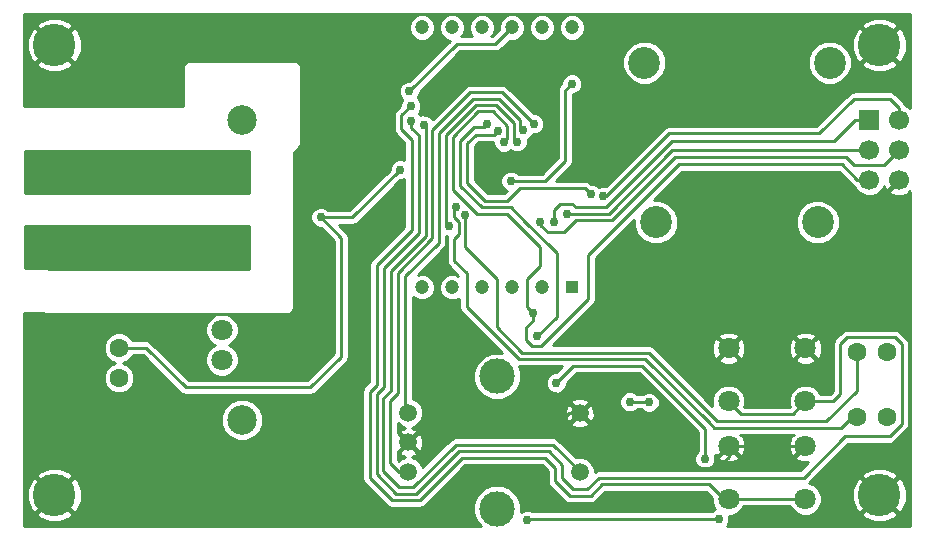
<source format=gbl>
G04 (created by PCBNEW (2013-07-07 BZR 4022)-stable) date 11/5/2013 3:30:23 PM*
%MOIN*%
G04 Gerber Fmt 3.4, Leading zero omitted, Abs format*
%FSLAX34Y34*%
G01*
G70*
G90*
G04 APERTURE LIST*
%ADD10C,0.006*%
%ADD11C,0.0787*%
%ADD12C,0.0709*%
%ADD13C,0.0984*%
%ADD14C,0.1063*%
%ADD15C,0.0708661*%
%ADD16C,0.0590551*%
%ADD17C,0.11811*%
%ADD18R,0.0433071X0.0433071*%
%ADD19C,0.0472441*%
%ADD20R,0.0669291X0.0669291*%
%ADD21C,0.0669291*%
%ADD22C,0.0629921*%
%ADD23R,0.0787402X0.0787402*%
%ADD24C,0.0787402*%
%ADD25C,0.141732*%
%ADD26C,0.03*%
%ADD27C,0.01*%
G04 APERTURE END LIST*
G54D10*
G54D11*
X6831Y11750D03*
X6831Y9750D03*
G54D12*
X6831Y6750D03*
X6831Y5750D03*
G54D13*
X7500Y3750D03*
X7500Y13750D03*
G54D14*
X21303Y10343D03*
X26697Y10343D03*
X20909Y15657D03*
X27091Y15657D03*
G54D15*
X23720Y2885D03*
X26279Y2885D03*
X23720Y1114D03*
X26279Y1114D03*
X23720Y6135D03*
X26279Y6135D03*
X23720Y4364D03*
X26279Y4364D03*
G54D16*
X18755Y2015D03*
X13047Y2015D03*
X13047Y3000D03*
X13047Y3984D03*
X18755Y3984D03*
G54D17*
X16000Y5204D03*
X16000Y795D03*
G54D18*
X18500Y8169D03*
G54D19*
X17500Y8169D03*
X16500Y8169D03*
X15500Y8169D03*
X14500Y8169D03*
X13500Y8169D03*
X13500Y16830D03*
X14500Y16830D03*
X15500Y16830D03*
X16500Y16830D03*
X17500Y16830D03*
X18500Y16830D03*
G54D20*
X28400Y13750D03*
G54D21*
X29400Y13750D03*
X28400Y12750D03*
X29400Y12750D03*
X28400Y11750D03*
X29400Y11750D03*
G54D22*
X28000Y3850D03*
X29000Y3850D03*
X28000Y6000D03*
X29000Y6000D03*
X3400Y6150D03*
X3400Y5150D03*
G54D23*
X1350Y11750D03*
G54D24*
X1350Y9750D03*
G54D25*
X28750Y1250D03*
X28750Y16250D03*
X1250Y1250D03*
X1250Y16250D03*
G54D26*
X14390Y10220D03*
X16680Y13020D03*
X17230Y13620D03*
X16870Y13420D03*
X14640Y10850D03*
X14940Y10570D03*
X17890Y10330D03*
X17450Y10330D03*
X16220Y13010D03*
X17190Y7320D03*
X18340Y10620D03*
X18490Y14960D03*
X16460Y11710D03*
X13560Y13580D03*
X13130Y14220D03*
X13150Y13720D03*
X16020Y13370D03*
X19130Y11270D03*
X17340Y6530D03*
X15670Y13600D03*
X6250Y7000D03*
X500Y14500D03*
X1250Y14500D03*
X2250Y14500D03*
X3250Y14500D03*
X4250Y14500D03*
X5250Y14500D03*
X5250Y15500D03*
X5750Y16000D03*
X6750Y16000D03*
X7750Y16000D03*
X8750Y16000D03*
X9750Y16000D03*
X9750Y15000D03*
X9750Y14000D03*
X9750Y13000D03*
X9500Y12000D03*
X9500Y11000D03*
X9500Y8000D03*
X9500Y7000D03*
X8500Y7000D03*
X7500Y7000D03*
X5500Y7000D03*
X4500Y7000D03*
X3500Y7000D03*
X2500Y7000D03*
X1500Y7000D03*
X500Y7000D03*
X13500Y6280D03*
X20640Y13270D03*
X20360Y12450D03*
X17570Y12950D03*
X15340Y15900D03*
X16770Y15880D03*
X22930Y2460D03*
X17970Y4980D03*
X20420Y4350D03*
X21080Y4330D03*
X13080Y14700D03*
X23400Y450D03*
X17000Y400D03*
X12770Y12090D03*
X10130Y10500D03*
X19550Y11200D03*
G54D27*
X16560Y13240D02*
X16560Y13140D01*
X16560Y13660D02*
X16560Y13240D01*
X15980Y14240D02*
X16560Y13660D01*
X15290Y14240D02*
X15980Y14240D01*
X14310Y13260D02*
X15290Y14240D01*
X14310Y10300D02*
X14310Y13260D01*
X14390Y10220D02*
X14310Y10300D01*
X16560Y13140D02*
X16680Y13020D01*
X12700Y8610D02*
X12700Y8650D01*
X12700Y4640D02*
X12700Y8610D01*
X12440Y4380D02*
X12700Y4640D01*
X12440Y2320D02*
X12440Y4380D01*
X12744Y2015D02*
X12440Y2320D01*
X13047Y2015D02*
X12744Y2015D01*
X17220Y13620D02*
X17230Y13620D01*
X16170Y14670D02*
X17220Y13620D01*
X15100Y14670D02*
X16170Y14670D01*
X13850Y13420D02*
X15100Y14670D01*
X13850Y9800D02*
X13850Y13420D01*
X12700Y8650D02*
X13850Y9800D01*
X14060Y13320D02*
X14060Y9640D01*
X15190Y14450D02*
X14060Y13320D01*
X16080Y14450D02*
X15190Y14450D01*
X16780Y13750D02*
X16080Y14450D01*
X16780Y13510D02*
X16780Y13750D01*
X16870Y13420D02*
X16780Y13510D01*
X14060Y9640D02*
X12950Y8530D01*
X12950Y8530D02*
X12950Y4081D01*
X12950Y4081D02*
X13047Y3984D01*
X14570Y10640D02*
X14570Y10500D01*
X14730Y9940D02*
X14570Y9780D01*
X14730Y10340D02*
X14730Y9940D01*
X14570Y10500D02*
X14730Y10340D01*
X14990Y8280D02*
X14990Y7510D01*
X16720Y5780D02*
X20950Y5780D01*
X14990Y7510D02*
X16720Y5780D01*
X28000Y3850D02*
X27830Y3850D01*
X23250Y3480D02*
X23060Y3670D01*
X27460Y3480D02*
X23250Y3480D01*
X27830Y3850D02*
X27460Y3480D01*
X20950Y5780D02*
X23060Y3670D01*
X14990Y8630D02*
X14990Y8280D01*
X14570Y9050D02*
X14990Y8630D01*
X14570Y10780D02*
X14570Y10640D01*
X14570Y9780D02*
X14570Y9050D01*
X14640Y10850D02*
X14570Y10780D01*
X23350Y3700D02*
X21060Y5990D01*
X21060Y5990D02*
X16830Y5990D01*
X16830Y5990D02*
X15990Y6830D01*
X15990Y6830D02*
X15990Y8460D01*
X15990Y8460D02*
X14940Y9510D01*
X14940Y9510D02*
X14940Y10570D01*
X28000Y4720D02*
X28000Y6000D01*
X26980Y3700D02*
X23370Y3700D01*
X28000Y4720D02*
X26980Y3700D01*
X23370Y3700D02*
X23350Y3700D01*
X17890Y10330D02*
X17890Y10740D01*
X27920Y13750D02*
X28400Y13750D01*
X27220Y13050D02*
X27920Y13750D01*
X21840Y13050D02*
X27220Y13050D01*
X19620Y10830D02*
X21840Y13050D01*
X18630Y10830D02*
X19620Y10830D01*
X18510Y10950D02*
X18630Y10830D01*
X18100Y10950D02*
X18510Y10950D01*
X17890Y10740D02*
X18100Y10950D01*
X17450Y10330D02*
X17450Y10240D01*
X28890Y12240D02*
X29400Y12750D01*
X27900Y12240D02*
X28890Y12240D01*
X27630Y12510D02*
X27900Y12240D01*
X21930Y12510D02*
X27630Y12510D01*
X19830Y10410D02*
X21930Y12510D01*
X18630Y10410D02*
X19830Y10410D01*
X18220Y10000D02*
X18630Y10410D01*
X17690Y10000D02*
X18220Y10000D01*
X17450Y10240D02*
X17690Y10000D01*
X15870Y14030D02*
X15620Y14030D01*
X16350Y13550D02*
X15870Y14030D01*
X16350Y13140D02*
X16350Y13550D01*
X16220Y13010D02*
X16350Y13140D01*
X17190Y7320D02*
X17190Y7060D01*
X28010Y11750D02*
X28400Y11750D01*
X27490Y12270D02*
X28010Y11750D01*
X22060Y12270D02*
X27490Y12270D01*
X19040Y9250D02*
X22060Y12270D01*
X19040Y7770D02*
X19040Y9250D01*
X17480Y6210D02*
X19040Y7770D01*
X17160Y6210D02*
X17480Y6210D01*
X16960Y6410D02*
X17160Y6210D01*
X16960Y6830D02*
X16960Y6410D01*
X17190Y7060D02*
X16960Y6830D01*
X15380Y14030D02*
X15620Y14030D01*
X14540Y13190D02*
X15380Y14030D01*
X14540Y11420D02*
X14540Y13190D01*
X15350Y10610D02*
X14540Y11420D01*
X16350Y10610D02*
X15350Y10610D01*
X17440Y9520D02*
X16350Y10610D01*
X17440Y8870D02*
X17440Y9520D01*
X17000Y8430D02*
X17440Y8870D01*
X17000Y7510D02*
X17000Y8430D01*
X17190Y7320D02*
X17000Y7510D01*
X18340Y10620D02*
X19720Y10620D01*
X21850Y12750D02*
X22200Y12750D01*
X19720Y10620D02*
X21850Y12750D01*
X22200Y12750D02*
X28400Y12750D01*
X16460Y11710D02*
X17600Y11710D01*
X17600Y11710D02*
X18280Y12390D01*
X18280Y14750D02*
X18490Y14960D01*
X18280Y12390D02*
X18280Y14750D01*
X18755Y2015D02*
X18755Y2034D01*
X13210Y1510D02*
X13120Y1510D01*
X14620Y2920D02*
X13210Y1510D01*
X17870Y2920D02*
X14620Y2920D01*
X18755Y2034D02*
X17870Y2920D01*
X13630Y13510D02*
X13560Y13580D01*
X13630Y9890D02*
X13630Y13510D01*
X12460Y8720D02*
X13630Y9890D01*
X12460Y4720D02*
X12460Y8720D01*
X12210Y4470D02*
X12460Y4720D01*
X12210Y2050D02*
X12210Y4470D01*
X12750Y1510D02*
X12210Y2050D01*
X13120Y1510D02*
X12750Y1510D01*
X23720Y1114D02*
X23565Y1114D01*
X12810Y13900D02*
X13130Y14220D01*
X12810Y13440D02*
X12810Y13900D01*
X13160Y13090D02*
X12810Y13440D01*
X13160Y10080D02*
X13160Y13090D01*
X11990Y8910D02*
X13160Y10080D01*
X11990Y4920D02*
X11990Y8910D01*
X11760Y4690D02*
X11990Y4920D01*
X11760Y1820D02*
X11760Y4690D01*
X12510Y1070D02*
X11760Y1820D01*
X13420Y1070D02*
X12510Y1070D01*
X14840Y2490D02*
X13420Y1070D01*
X17590Y2490D02*
X14840Y2490D01*
X17940Y2140D02*
X17590Y2490D01*
X17940Y1700D02*
X17940Y2140D01*
X18420Y1220D02*
X17940Y1700D01*
X19120Y1220D02*
X18420Y1220D01*
X19510Y1610D02*
X19120Y1220D01*
X23069Y1610D02*
X19510Y1610D01*
X23565Y1114D02*
X23069Y1610D01*
X26279Y1114D02*
X23720Y1114D01*
X26279Y4364D02*
X27214Y4364D01*
X13150Y13490D02*
X13150Y13720D01*
X13400Y13240D02*
X13150Y13490D01*
X13400Y9990D02*
X13400Y13240D01*
X12220Y8810D02*
X13400Y9990D01*
X12220Y4830D02*
X12220Y8810D01*
X11990Y4600D02*
X12220Y4830D01*
X11990Y1940D02*
X11990Y4600D01*
X12640Y1290D02*
X11990Y1940D01*
X13310Y1290D02*
X12640Y1290D01*
X14720Y2700D02*
X13310Y1290D01*
X17720Y2700D02*
X14720Y2700D01*
X18160Y2260D02*
X17720Y2700D01*
X18160Y1810D02*
X18160Y2260D01*
X18530Y1440D02*
X18160Y1810D01*
X19010Y1440D02*
X18530Y1440D01*
X19390Y1820D02*
X19010Y1440D01*
X26220Y1820D02*
X19390Y1820D01*
X27610Y3210D02*
X26220Y1820D01*
X29100Y3210D02*
X27610Y3210D01*
X29500Y3610D02*
X29100Y3210D01*
X29500Y6280D02*
X29500Y3610D01*
X29270Y6510D02*
X29500Y6280D01*
X27670Y6510D02*
X29270Y6510D01*
X27450Y6290D02*
X27670Y6510D01*
X27450Y4600D02*
X27450Y6290D01*
X27214Y4364D02*
X27450Y4600D01*
X23720Y4364D02*
X23720Y4349D01*
X25855Y3940D02*
X26279Y4364D01*
X24130Y3940D02*
X25855Y3940D01*
X23720Y4349D02*
X24130Y3940D01*
X15900Y13250D02*
X15800Y13250D01*
X16020Y13370D02*
X15900Y13250D01*
X18930Y11470D02*
X18420Y11470D01*
X19130Y11270D02*
X18930Y11470D01*
X16770Y11470D02*
X16350Y11050D01*
X16350Y11050D02*
X15590Y11050D01*
X15590Y11050D02*
X15010Y11630D01*
X15010Y11630D02*
X15010Y12970D01*
X15010Y12970D02*
X15290Y13250D01*
X15290Y13250D02*
X15800Y13250D01*
X18420Y11470D02*
X16770Y11470D01*
X16975Y10325D02*
X17760Y9540D01*
X17990Y9310D02*
X17990Y9280D01*
X17760Y9540D02*
X17990Y9310D01*
X16975Y10325D02*
X16470Y10830D01*
X16470Y10830D02*
X15500Y10830D01*
X17990Y9030D02*
X17990Y9280D01*
X15500Y10830D02*
X14770Y11560D01*
X17990Y9020D02*
X17990Y9030D01*
X15130Y13420D02*
X15220Y13510D01*
X17340Y6530D02*
X17990Y7180D01*
X17990Y7180D02*
X17990Y9020D01*
X14770Y11560D02*
X14770Y13060D01*
X14770Y13060D02*
X15130Y13420D01*
X15580Y13510D02*
X15670Y13600D01*
X15220Y13510D02*
X15580Y13510D01*
X6250Y7000D02*
X6320Y7000D01*
X1250Y14500D02*
X500Y14500D01*
X3250Y14500D02*
X2250Y14500D01*
X5250Y14500D02*
X4250Y14500D01*
X5750Y16000D02*
X5250Y15500D01*
X7750Y16000D02*
X6750Y16000D01*
X9750Y16000D02*
X8750Y16000D01*
X9750Y14000D02*
X9750Y15000D01*
X9750Y12250D02*
X9750Y13000D01*
X9500Y12000D02*
X9750Y12250D01*
X9500Y8000D02*
X9500Y11000D01*
X8500Y7000D02*
X9500Y7000D01*
X7330Y7000D02*
X7500Y7000D01*
X7060Y7270D02*
X7330Y7000D01*
X6590Y7270D02*
X7060Y7270D01*
X6320Y7000D02*
X6590Y7270D01*
X4500Y7000D02*
X5500Y7000D01*
X2500Y7000D02*
X3500Y7000D01*
X500Y7000D02*
X1500Y7000D01*
X14420Y5360D02*
X14420Y3330D01*
X13500Y6280D02*
X14420Y5360D01*
X20640Y12730D02*
X20640Y13270D01*
X20360Y12450D02*
X20640Y12730D01*
X23720Y2885D02*
X23720Y2510D01*
X20600Y2140D02*
X18755Y3984D01*
X23350Y2140D02*
X20600Y2140D01*
X23720Y2510D02*
X23350Y2140D01*
X17770Y14880D02*
X16770Y15880D01*
X17770Y13150D02*
X17770Y14880D01*
X17570Y12950D02*
X17770Y13150D01*
X15340Y15900D02*
X15360Y15880D01*
X15360Y15880D02*
X16770Y15880D01*
X18755Y3984D02*
X18404Y3984D01*
X17750Y3330D02*
X14420Y3330D01*
X18404Y3984D02*
X17750Y3330D01*
X14420Y3330D02*
X13377Y3330D01*
X13377Y3330D02*
X13047Y3000D01*
X23720Y2885D02*
X26279Y2885D01*
X22940Y2900D02*
X22940Y2470D01*
X22940Y2470D02*
X22930Y2460D01*
X22940Y3450D02*
X22940Y2900D01*
X20830Y5560D02*
X22940Y3450D01*
X18550Y5560D02*
X20830Y5560D01*
X17970Y4980D02*
X18550Y5560D01*
X21060Y4350D02*
X20420Y4350D01*
X21080Y4330D02*
X21060Y4350D01*
X15949Y16280D02*
X16500Y16830D01*
X14660Y16280D02*
X15949Y16280D01*
X13080Y14700D02*
X14660Y16280D01*
X17050Y450D02*
X23400Y450D01*
X17000Y400D02*
X17050Y450D01*
X11180Y10500D02*
X10130Y10500D01*
X12770Y12090D02*
X11180Y10500D01*
X4300Y6150D02*
X3400Y6150D01*
X10130Y10500D02*
X10810Y9820D01*
X10810Y9820D02*
X10810Y5860D01*
X10810Y5860D02*
X9780Y4830D01*
X9780Y4830D02*
X5620Y4830D01*
X5620Y4830D02*
X4300Y6150D01*
X29400Y13750D02*
X29400Y14150D01*
X29400Y14150D02*
X29100Y14450D01*
X29100Y14450D02*
X27900Y14450D01*
X27900Y14450D02*
X26750Y13300D01*
X26750Y13300D02*
X21750Y13300D01*
X21750Y13300D02*
X19650Y11200D01*
X19650Y11200D02*
X19550Y11200D01*
G54D10*
G36*
X26378Y2331D02*
X26116Y2070D01*
X24066Y2070D01*
X24066Y2504D01*
X23720Y2850D01*
X23374Y2504D01*
X23408Y2414D01*
X23612Y2330D01*
X23833Y2332D01*
X24032Y2414D01*
X24066Y2504D01*
X24066Y2070D01*
X21430Y2070D01*
X21430Y4399D01*
X21376Y4528D01*
X21278Y4626D01*
X21149Y4679D01*
X21010Y4680D01*
X20882Y4626D01*
X20855Y4600D01*
X20664Y4600D01*
X20618Y4646D01*
X20489Y4699D01*
X20350Y4700D01*
X20222Y4646D01*
X20123Y4548D01*
X20070Y4419D01*
X20069Y4280D01*
X20123Y4152D01*
X20221Y4053D01*
X20350Y4000D01*
X20489Y3999D01*
X20618Y4053D01*
X20664Y4100D01*
X20815Y4100D01*
X20881Y4033D01*
X21010Y3980D01*
X21149Y3979D01*
X21278Y4033D01*
X21376Y4131D01*
X21429Y4260D01*
X21430Y4399D01*
X21430Y2070D01*
X19390Y2070D01*
X19389Y2070D01*
X19370Y2066D01*
X19294Y2050D01*
X19252Y2022D01*
X19252Y3890D01*
X19250Y4087D01*
X19178Y4260D01*
X19094Y4287D01*
X19059Y4252D01*
X19059Y4323D01*
X19032Y4406D01*
X18849Y4480D01*
X18652Y4478D01*
X18479Y4406D01*
X18452Y4323D01*
X18755Y4019D01*
X19059Y4323D01*
X19059Y4252D01*
X18791Y3984D01*
X19094Y3680D01*
X19178Y3708D01*
X19252Y3890D01*
X19252Y2022D01*
X19251Y2022D01*
X19251Y2113D01*
X19176Y2295D01*
X19059Y2412D01*
X19059Y3645D01*
X18755Y3948D01*
X18720Y3913D01*
X18720Y3984D01*
X18416Y4287D01*
X18333Y4260D01*
X18259Y4077D01*
X18261Y3880D01*
X18333Y3708D01*
X18416Y3680D01*
X18720Y3984D01*
X18720Y3913D01*
X18452Y3645D01*
X18479Y3561D01*
X18662Y3487D01*
X18859Y3490D01*
X19032Y3561D01*
X19059Y3645D01*
X19059Y2412D01*
X19036Y2435D01*
X18854Y2510D01*
X18657Y2511D01*
X18639Y2503D01*
X18046Y3096D01*
X17965Y3150D01*
X17870Y3170D01*
X14620Y3170D01*
X14524Y3150D01*
X14491Y3129D01*
X14443Y3096D01*
X14443Y3096D01*
X13543Y2197D01*
X13543Y2906D01*
X13541Y3103D01*
X13469Y3276D01*
X13386Y3303D01*
X13082Y3000D01*
X13386Y2696D01*
X13469Y2723D01*
X13543Y2906D01*
X13543Y2197D01*
X13518Y2172D01*
X13467Y2295D01*
X13328Y2435D01*
X13154Y2507D01*
X13323Y2577D01*
X13350Y2661D01*
X13047Y2964D01*
X12743Y2661D01*
X12771Y2577D01*
X12942Y2508D01*
X12767Y2435D01*
X12722Y2391D01*
X12690Y2423D01*
X12690Y2702D01*
X12708Y2696D01*
X13011Y3000D01*
X12708Y3303D01*
X12690Y3297D01*
X12690Y3641D01*
X12766Y3564D01*
X12939Y3492D01*
X12771Y3422D01*
X12743Y3338D01*
X13047Y3035D01*
X13350Y3338D01*
X13323Y3422D01*
X13152Y3491D01*
X13327Y3564D01*
X13466Y3703D01*
X13542Y3885D01*
X13542Y4082D01*
X13467Y4264D01*
X13328Y4403D01*
X13200Y4457D01*
X13200Y7852D01*
X13252Y7799D01*
X13412Y7733D01*
X13586Y7732D01*
X13746Y7799D01*
X13869Y7921D01*
X13936Y8082D01*
X13936Y8255D01*
X13870Y8416D01*
X13747Y8538D01*
X13587Y8605D01*
X13413Y8605D01*
X13354Y8581D01*
X14236Y9463D01*
X14236Y9463D01*
X14236Y9463D01*
X14290Y9544D01*
X14290Y9544D01*
X14306Y9620D01*
X14310Y9639D01*
X14309Y9640D01*
X14310Y9640D01*
X14310Y9874D01*
X14320Y9870D01*
X14337Y9870D01*
X14320Y9780D01*
X14320Y9050D01*
X14339Y8954D01*
X14393Y8873D01*
X14713Y8552D01*
X14587Y8605D01*
X14413Y8605D01*
X14253Y8539D01*
X14130Y8416D01*
X14063Y8256D01*
X14063Y8082D01*
X14129Y7922D01*
X14252Y7799D01*
X14412Y7733D01*
X14586Y7732D01*
X14740Y7796D01*
X14740Y7510D01*
X14759Y7414D01*
X14813Y7333D01*
X16151Y5995D01*
X15843Y5995D01*
X15552Y5875D01*
X15330Y5653D01*
X15209Y5362D01*
X15209Y5048D01*
X15329Y4757D01*
X15551Y4534D01*
X15842Y4414D01*
X16156Y4414D01*
X16447Y4534D01*
X16669Y4756D01*
X16790Y5046D01*
X16790Y5361D01*
X16720Y5530D01*
X18166Y5530D01*
X17966Y5330D01*
X17900Y5330D01*
X17772Y5276D01*
X17673Y5178D01*
X17620Y5049D01*
X17619Y4910D01*
X17673Y4782D01*
X17771Y4683D01*
X17900Y4630D01*
X18039Y4629D01*
X18168Y4683D01*
X18266Y4781D01*
X18319Y4910D01*
X18319Y4976D01*
X18653Y5310D01*
X20726Y5310D01*
X22690Y3346D01*
X22690Y2900D01*
X22690Y2714D01*
X22633Y2658D01*
X22580Y2529D01*
X22579Y2390D01*
X22633Y2262D01*
X22731Y2163D01*
X22860Y2110D01*
X22999Y2109D01*
X23128Y2163D01*
X23226Y2261D01*
X23279Y2390D01*
X23280Y2529D01*
X23263Y2568D01*
X23338Y2539D01*
X23685Y2885D01*
X23679Y2891D01*
X23714Y2926D01*
X23720Y2921D01*
X23726Y2926D01*
X23761Y2891D01*
X23755Y2885D01*
X24102Y2539D01*
X24191Y2574D01*
X24275Y2778D01*
X24274Y2998D01*
X24191Y3197D01*
X24107Y3230D01*
X25892Y3230D01*
X25808Y3197D01*
X25724Y2993D01*
X25725Y2772D01*
X25808Y2574D01*
X25897Y2539D01*
X26244Y2885D01*
X26238Y2891D01*
X26273Y2926D01*
X26279Y2921D01*
X26285Y2926D01*
X26320Y2891D01*
X26314Y2885D01*
X26320Y2880D01*
X26285Y2844D01*
X26279Y2850D01*
X25933Y2504D01*
X25967Y2414D01*
X26172Y2330D01*
X26378Y2331D01*
X26378Y2331D01*
G37*
G54D27*
X26378Y2331D02*
X26116Y2070D01*
X24066Y2070D01*
X24066Y2504D01*
X23720Y2850D01*
X23374Y2504D01*
X23408Y2414D01*
X23612Y2330D01*
X23833Y2332D01*
X24032Y2414D01*
X24066Y2504D01*
X24066Y2070D01*
X21430Y2070D01*
X21430Y4399D01*
X21376Y4528D01*
X21278Y4626D01*
X21149Y4679D01*
X21010Y4680D01*
X20882Y4626D01*
X20855Y4600D01*
X20664Y4600D01*
X20618Y4646D01*
X20489Y4699D01*
X20350Y4700D01*
X20222Y4646D01*
X20123Y4548D01*
X20070Y4419D01*
X20069Y4280D01*
X20123Y4152D01*
X20221Y4053D01*
X20350Y4000D01*
X20489Y3999D01*
X20618Y4053D01*
X20664Y4100D01*
X20815Y4100D01*
X20881Y4033D01*
X21010Y3980D01*
X21149Y3979D01*
X21278Y4033D01*
X21376Y4131D01*
X21429Y4260D01*
X21430Y4399D01*
X21430Y2070D01*
X19390Y2070D01*
X19389Y2070D01*
X19370Y2066D01*
X19294Y2050D01*
X19252Y2022D01*
X19252Y3890D01*
X19250Y4087D01*
X19178Y4260D01*
X19094Y4287D01*
X19059Y4252D01*
X19059Y4323D01*
X19032Y4406D01*
X18849Y4480D01*
X18652Y4478D01*
X18479Y4406D01*
X18452Y4323D01*
X18755Y4019D01*
X19059Y4323D01*
X19059Y4252D01*
X18791Y3984D01*
X19094Y3680D01*
X19178Y3708D01*
X19252Y3890D01*
X19252Y2022D01*
X19251Y2022D01*
X19251Y2113D01*
X19176Y2295D01*
X19059Y2412D01*
X19059Y3645D01*
X18755Y3948D01*
X18720Y3913D01*
X18720Y3984D01*
X18416Y4287D01*
X18333Y4260D01*
X18259Y4077D01*
X18261Y3880D01*
X18333Y3708D01*
X18416Y3680D01*
X18720Y3984D01*
X18720Y3913D01*
X18452Y3645D01*
X18479Y3561D01*
X18662Y3487D01*
X18859Y3490D01*
X19032Y3561D01*
X19059Y3645D01*
X19059Y2412D01*
X19036Y2435D01*
X18854Y2510D01*
X18657Y2511D01*
X18639Y2503D01*
X18046Y3096D01*
X17965Y3150D01*
X17870Y3170D01*
X14620Y3170D01*
X14524Y3150D01*
X14491Y3129D01*
X14443Y3096D01*
X14443Y3096D01*
X13543Y2197D01*
X13543Y2906D01*
X13541Y3103D01*
X13469Y3276D01*
X13386Y3303D01*
X13082Y3000D01*
X13386Y2696D01*
X13469Y2723D01*
X13543Y2906D01*
X13543Y2197D01*
X13518Y2172D01*
X13467Y2295D01*
X13328Y2435D01*
X13154Y2507D01*
X13323Y2577D01*
X13350Y2661D01*
X13047Y2964D01*
X12743Y2661D01*
X12771Y2577D01*
X12942Y2508D01*
X12767Y2435D01*
X12722Y2391D01*
X12690Y2423D01*
X12690Y2702D01*
X12708Y2696D01*
X13011Y3000D01*
X12708Y3303D01*
X12690Y3297D01*
X12690Y3641D01*
X12766Y3564D01*
X12939Y3492D01*
X12771Y3422D01*
X12743Y3338D01*
X13047Y3035D01*
X13350Y3338D01*
X13323Y3422D01*
X13152Y3491D01*
X13327Y3564D01*
X13466Y3703D01*
X13542Y3885D01*
X13542Y4082D01*
X13467Y4264D01*
X13328Y4403D01*
X13200Y4457D01*
X13200Y7852D01*
X13252Y7799D01*
X13412Y7733D01*
X13586Y7732D01*
X13746Y7799D01*
X13869Y7921D01*
X13936Y8082D01*
X13936Y8255D01*
X13870Y8416D01*
X13747Y8538D01*
X13587Y8605D01*
X13413Y8605D01*
X13354Y8581D01*
X14236Y9463D01*
X14236Y9463D01*
X14236Y9463D01*
X14290Y9544D01*
X14290Y9544D01*
X14306Y9620D01*
X14310Y9639D01*
X14309Y9640D01*
X14310Y9640D01*
X14310Y9874D01*
X14320Y9870D01*
X14337Y9870D01*
X14320Y9780D01*
X14320Y9050D01*
X14339Y8954D01*
X14393Y8873D01*
X14713Y8552D01*
X14587Y8605D01*
X14413Y8605D01*
X14253Y8539D01*
X14130Y8416D01*
X14063Y8256D01*
X14063Y8082D01*
X14129Y7922D01*
X14252Y7799D01*
X14412Y7733D01*
X14586Y7732D01*
X14740Y7796D01*
X14740Y7510D01*
X14759Y7414D01*
X14813Y7333D01*
X16151Y5995D01*
X15843Y5995D01*
X15552Y5875D01*
X15330Y5653D01*
X15209Y5362D01*
X15209Y5048D01*
X15329Y4757D01*
X15551Y4534D01*
X15842Y4414D01*
X16156Y4414D01*
X16447Y4534D01*
X16669Y4756D01*
X16790Y5046D01*
X16790Y5361D01*
X16720Y5530D01*
X18166Y5530D01*
X17966Y5330D01*
X17900Y5330D01*
X17772Y5276D01*
X17673Y5178D01*
X17620Y5049D01*
X17619Y4910D01*
X17673Y4782D01*
X17771Y4683D01*
X17900Y4630D01*
X18039Y4629D01*
X18168Y4683D01*
X18266Y4781D01*
X18319Y4910D01*
X18319Y4976D01*
X18653Y5310D01*
X20726Y5310D01*
X22690Y3346D01*
X22690Y2900D01*
X22690Y2714D01*
X22633Y2658D01*
X22580Y2529D01*
X22579Y2390D01*
X22633Y2262D01*
X22731Y2163D01*
X22860Y2110D01*
X22999Y2109D01*
X23128Y2163D01*
X23226Y2261D01*
X23279Y2390D01*
X23280Y2529D01*
X23263Y2568D01*
X23338Y2539D01*
X23685Y2885D01*
X23679Y2891D01*
X23714Y2926D01*
X23720Y2921D01*
X23726Y2926D01*
X23761Y2891D01*
X23755Y2885D01*
X24102Y2539D01*
X24191Y2574D01*
X24275Y2778D01*
X24274Y2998D01*
X24191Y3197D01*
X24107Y3230D01*
X25892Y3230D01*
X25808Y3197D01*
X25724Y2993D01*
X25725Y2772D01*
X25808Y2574D01*
X25897Y2539D01*
X26244Y2885D01*
X26238Y2891D01*
X26273Y2926D01*
X26279Y2921D01*
X26285Y2926D01*
X26320Y2891D01*
X26314Y2885D01*
X26320Y2880D01*
X26285Y2844D01*
X26279Y2850D01*
X25933Y2504D01*
X25967Y2414D01*
X26172Y2330D01*
X26378Y2331D01*
G54D10*
G36*
X29775Y14131D02*
X29703Y14202D01*
X29660Y14220D01*
X29660Y16419D01*
X29526Y16755D01*
X29513Y16774D01*
X29387Y16851D01*
X29351Y16816D01*
X29351Y16887D01*
X29274Y17013D01*
X28941Y17156D01*
X28580Y17160D01*
X28244Y17026D01*
X28225Y17013D01*
X28148Y16887D01*
X28750Y16285D01*
X29351Y16887D01*
X29351Y16816D01*
X28785Y16250D01*
X29387Y15648D01*
X29513Y15725D01*
X29656Y16058D01*
X29660Y16419D01*
X29660Y14220D01*
X29633Y14231D01*
X29633Y14231D01*
X29630Y14245D01*
X29630Y14245D01*
X29576Y14326D01*
X29576Y14326D01*
X29351Y14551D01*
X29351Y15612D01*
X28750Y16214D01*
X28714Y16179D01*
X28714Y16250D01*
X28112Y16851D01*
X27986Y16774D01*
X27843Y16441D01*
X27839Y16080D01*
X27973Y15744D01*
X27986Y15725D01*
X28112Y15648D01*
X28714Y16250D01*
X28714Y16179D01*
X28148Y15612D01*
X28225Y15486D01*
X28558Y15343D01*
X28919Y15339D01*
X29255Y15473D01*
X29274Y15486D01*
X29351Y15612D01*
X29351Y14551D01*
X29276Y14626D01*
X29195Y14680D01*
X29100Y14700D01*
X27900Y14700D01*
X27899Y14700D01*
X27880Y14696D01*
X27822Y14684D01*
X27822Y15801D01*
X27711Y16070D01*
X27505Y16276D01*
X27237Y16388D01*
X26946Y16388D01*
X26677Y16277D01*
X26471Y16071D01*
X26359Y15803D01*
X26359Y15512D01*
X26470Y15243D01*
X26676Y15037D01*
X26944Y14925D01*
X27235Y14925D01*
X27504Y15036D01*
X27710Y15242D01*
X27822Y15510D01*
X27822Y15801D01*
X27822Y14684D01*
X27804Y14680D01*
X27723Y14626D01*
X27723Y14626D01*
X26646Y13550D01*
X21750Y13550D01*
X21654Y13530D01*
X21640Y13521D01*
X21640Y15801D01*
X21529Y16070D01*
X21323Y16276D01*
X21055Y16388D01*
X20764Y16388D01*
X20495Y16277D01*
X20289Y16071D01*
X20177Y15803D01*
X20177Y15512D01*
X20288Y15243D01*
X20494Y15037D01*
X20762Y14925D01*
X21053Y14925D01*
X21322Y15036D01*
X21528Y15242D01*
X21640Y15510D01*
X21640Y15801D01*
X21640Y13521D01*
X21573Y13476D01*
X19638Y11542D01*
X19619Y11549D01*
X19480Y11550D01*
X19384Y11510D01*
X19328Y11566D01*
X19199Y11619D01*
X19133Y11619D01*
X19106Y11646D01*
X19025Y11700D01*
X18936Y11718D01*
X18936Y16917D01*
X18870Y17077D01*
X18747Y17200D01*
X18587Y17266D01*
X18413Y17267D01*
X18253Y17200D01*
X18130Y17078D01*
X18063Y16917D01*
X18063Y16744D01*
X18129Y16583D01*
X18252Y16461D01*
X18412Y16394D01*
X18586Y16394D01*
X18746Y16460D01*
X18869Y16583D01*
X18936Y16743D01*
X18936Y16917D01*
X18936Y11718D01*
X18930Y11720D01*
X18420Y11720D01*
X17963Y11720D01*
X18456Y12213D01*
X18456Y12213D01*
X18456Y12213D01*
X18510Y12294D01*
X18510Y12294D01*
X18530Y12390D01*
X18530Y14609D01*
X18559Y14609D01*
X18688Y14663D01*
X18786Y14761D01*
X18839Y14890D01*
X18840Y15029D01*
X18786Y15158D01*
X18688Y15256D01*
X18559Y15309D01*
X18420Y15310D01*
X18292Y15256D01*
X18193Y15158D01*
X18140Y15029D01*
X18140Y14963D01*
X18103Y14926D01*
X18049Y14845D01*
X18030Y14750D01*
X18030Y12493D01*
X17936Y12399D01*
X17936Y16917D01*
X17870Y17077D01*
X17747Y17200D01*
X17587Y17266D01*
X17413Y17267D01*
X17253Y17200D01*
X17130Y17078D01*
X17063Y16917D01*
X17063Y16744D01*
X17129Y16583D01*
X17252Y16461D01*
X17412Y16394D01*
X17586Y16394D01*
X17746Y16460D01*
X17869Y16583D01*
X17936Y16743D01*
X17936Y16917D01*
X17936Y12399D01*
X17496Y11960D01*
X16704Y11960D01*
X16658Y12006D01*
X16529Y12059D01*
X16390Y12060D01*
X16262Y12006D01*
X16163Y11908D01*
X16110Y11779D01*
X16109Y11640D01*
X16163Y11512D01*
X16261Y11413D01*
X16331Y11384D01*
X16246Y11300D01*
X15693Y11300D01*
X15260Y11733D01*
X15260Y12866D01*
X15393Y13000D01*
X15800Y13000D01*
X15869Y13000D01*
X15869Y12940D01*
X15923Y12812D01*
X16021Y12713D01*
X16150Y12660D01*
X16289Y12659D01*
X16418Y12713D01*
X16454Y12750D01*
X16481Y12723D01*
X16610Y12670D01*
X16749Y12669D01*
X16878Y12723D01*
X16976Y12821D01*
X17029Y12950D01*
X17030Y13089D01*
X17023Y13104D01*
X17068Y13123D01*
X17166Y13221D01*
X17186Y13270D01*
X17299Y13269D01*
X17428Y13323D01*
X17526Y13421D01*
X17579Y13550D01*
X17580Y13689D01*
X17526Y13818D01*
X17428Y13916D01*
X17299Y13969D01*
X17223Y13970D01*
X16346Y14846D01*
X16265Y14900D01*
X16170Y14920D01*
X15100Y14920D01*
X15004Y14900D01*
X14923Y14846D01*
X13855Y13779D01*
X13758Y13876D01*
X13629Y13929D01*
X13490Y13930D01*
X13449Y13912D01*
X13446Y13918D01*
X13384Y13980D01*
X13426Y14021D01*
X13479Y14150D01*
X13480Y14289D01*
X13426Y14418D01*
X13360Y14484D01*
X13376Y14501D01*
X13429Y14630D01*
X13429Y14696D01*
X14763Y16030D01*
X15949Y16030D01*
X16044Y16049D01*
X16126Y16103D01*
X16417Y16394D01*
X16586Y16394D01*
X16746Y16460D01*
X16869Y16583D01*
X16936Y16743D01*
X16936Y16917D01*
X16870Y17077D01*
X16747Y17200D01*
X16587Y17266D01*
X16413Y17267D01*
X16253Y17200D01*
X16130Y17078D01*
X16063Y16917D01*
X16063Y16747D01*
X15845Y16530D01*
X15816Y16530D01*
X15869Y16583D01*
X15936Y16743D01*
X15936Y16917D01*
X15870Y17077D01*
X15747Y17200D01*
X15587Y17266D01*
X15413Y17267D01*
X15253Y17200D01*
X15130Y17078D01*
X15063Y16917D01*
X15063Y16744D01*
X15129Y16583D01*
X15183Y16530D01*
X14816Y16530D01*
X14869Y16583D01*
X14936Y16743D01*
X14936Y16917D01*
X14870Y17077D01*
X14747Y17200D01*
X14587Y17266D01*
X14413Y17267D01*
X14253Y17200D01*
X14130Y17078D01*
X14063Y16917D01*
X14063Y16744D01*
X14129Y16583D01*
X14252Y16461D01*
X14412Y16394D01*
X14421Y16394D01*
X13936Y15909D01*
X13936Y16917D01*
X13870Y17077D01*
X13747Y17200D01*
X13587Y17266D01*
X13413Y17267D01*
X13253Y17200D01*
X13130Y17078D01*
X13063Y16917D01*
X13063Y16744D01*
X13129Y16583D01*
X13252Y16461D01*
X13412Y16394D01*
X13586Y16394D01*
X13746Y16460D01*
X13869Y16583D01*
X13936Y16743D01*
X13936Y16917D01*
X13936Y15909D01*
X13076Y15050D01*
X13010Y15050D01*
X12882Y14996D01*
X12783Y14898D01*
X12730Y14769D01*
X12729Y14630D01*
X12783Y14502D01*
X12849Y14435D01*
X12833Y14418D01*
X12780Y14289D01*
X12780Y14223D01*
X12633Y14076D01*
X12579Y13995D01*
X12560Y13900D01*
X12560Y13440D01*
X12579Y13344D01*
X12633Y13263D01*
X12910Y12986D01*
X12910Y12410D01*
X12839Y12439D01*
X12700Y12440D01*
X12572Y12386D01*
X12473Y12288D01*
X12420Y12159D01*
X12420Y12093D01*
X11076Y10750D01*
X10374Y10750D01*
X10328Y10796D01*
X10199Y10849D01*
X10060Y10850D01*
X9932Y10796D01*
X9833Y10698D01*
X9780Y10569D01*
X9779Y10430D01*
X9833Y10302D01*
X9931Y10203D01*
X10060Y10150D01*
X10126Y10150D01*
X10560Y9716D01*
X10560Y5963D01*
X9676Y5080D01*
X5723Y5080D01*
X4476Y6326D01*
X4395Y6380D01*
X4300Y6400D01*
X3853Y6400D01*
X3836Y6441D01*
X3692Y6586D01*
X3502Y6664D01*
X3298Y6665D01*
X3108Y6586D01*
X2963Y6442D01*
X2885Y6252D01*
X2884Y6048D01*
X2963Y5858D01*
X3107Y5713D01*
X3261Y5649D01*
X3108Y5586D01*
X2963Y5442D01*
X2885Y5252D01*
X2884Y5048D01*
X2963Y4858D01*
X3107Y4713D01*
X3297Y4635D01*
X3501Y4634D01*
X3691Y4713D01*
X3836Y4857D01*
X3914Y5047D01*
X3915Y5251D01*
X3836Y5441D01*
X3692Y5586D01*
X3538Y5650D01*
X3691Y5713D01*
X3836Y5857D01*
X3853Y5900D01*
X4196Y5900D01*
X5443Y4653D01*
X5524Y4599D01*
X5620Y4580D01*
X9780Y4580D01*
X9875Y4599D01*
X9956Y4653D01*
X10986Y5683D01*
X10986Y5683D01*
X10986Y5683D01*
X11040Y5764D01*
X11040Y5764D01*
X11060Y5860D01*
X11060Y9820D01*
X11040Y9915D01*
X11040Y9915D01*
X10986Y9996D01*
X10986Y9996D01*
X10733Y10250D01*
X11180Y10250D01*
X11275Y10269D01*
X11356Y10323D01*
X12773Y11739D01*
X12839Y11739D01*
X12910Y11769D01*
X12910Y10183D01*
X11813Y9086D01*
X11759Y9005D01*
X11740Y8910D01*
X11740Y5023D01*
X11583Y4866D01*
X11529Y4785D01*
X11510Y4690D01*
X11510Y1820D01*
X11529Y1724D01*
X11583Y1643D01*
X12333Y893D01*
X12333Y893D01*
X12414Y839D01*
X12414Y839D01*
X12490Y823D01*
X12509Y820D01*
X12509Y820D01*
X12510Y820D01*
X13420Y820D01*
X13515Y839D01*
X13596Y893D01*
X14943Y2240D01*
X17486Y2240D01*
X17690Y2036D01*
X17690Y1700D01*
X17709Y1604D01*
X17763Y1523D01*
X18243Y1043D01*
X18324Y989D01*
X18420Y970D01*
X19120Y970D01*
X19215Y989D01*
X19296Y1043D01*
X19613Y1360D01*
X22966Y1360D01*
X23166Y1160D01*
X23166Y1004D01*
X23250Y800D01*
X23274Y776D01*
X23202Y746D01*
X23155Y700D01*
X17190Y700D01*
X17069Y749D01*
X16930Y750D01*
X16802Y696D01*
X16790Y685D01*
X16790Y951D01*
X16670Y1242D01*
X16448Y1465D01*
X16157Y1585D01*
X15843Y1585D01*
X15552Y1465D01*
X15330Y1243D01*
X15209Y953D01*
X15209Y638D01*
X15329Y348D01*
X15452Y225D01*
X8192Y225D01*
X8192Y3887D01*
X8086Y4141D01*
X7892Y4336D01*
X7638Y4441D01*
X7362Y4442D01*
X7108Y4336D01*
X6913Y4142D01*
X6808Y3888D01*
X6807Y3612D01*
X6913Y3358D01*
X7107Y3163D01*
X7361Y3058D01*
X7637Y3057D01*
X7891Y3163D01*
X8086Y3357D01*
X8191Y3611D01*
X8192Y3887D01*
X8192Y225D01*
X2160Y225D01*
X2160Y1419D01*
X2026Y1755D01*
X2013Y1774D01*
X1887Y1851D01*
X1851Y1816D01*
X1851Y1887D01*
X1774Y2013D01*
X1441Y2156D01*
X1080Y2160D01*
X744Y2026D01*
X725Y2013D01*
X648Y1887D01*
X1250Y1285D01*
X1851Y1887D01*
X1851Y1816D01*
X1285Y1250D01*
X1887Y648D01*
X2013Y725D01*
X2156Y1058D01*
X2160Y1419D01*
X2160Y225D01*
X1851Y225D01*
X1851Y612D01*
X1250Y1214D01*
X1214Y1179D01*
X1214Y1250D01*
X612Y1851D01*
X486Y1774D01*
X343Y1441D01*
X339Y1080D01*
X473Y744D01*
X486Y725D01*
X612Y648D01*
X1214Y1250D01*
X1214Y1179D01*
X648Y612D01*
X725Y486D01*
X1058Y343D01*
X1419Y339D01*
X1755Y473D01*
X1774Y486D01*
X1851Y612D01*
X1851Y225D01*
X225Y225D01*
X225Y7300D01*
X902Y7300D01*
X913Y7292D01*
X1000Y7275D01*
X6649Y7275D01*
X6517Y7220D01*
X6361Y7064D01*
X6276Y6860D01*
X6276Y6640D01*
X6360Y6436D01*
X6516Y6280D01*
X6589Y6250D01*
X6517Y6220D01*
X6361Y6064D01*
X6276Y5860D01*
X6276Y5640D01*
X6360Y5436D01*
X6516Y5280D01*
X6720Y5195D01*
X6940Y5195D01*
X7144Y5279D01*
X7300Y5435D01*
X7385Y5639D01*
X7385Y5859D01*
X7301Y6063D01*
X7145Y6219D01*
X7072Y6249D01*
X7144Y6279D01*
X7300Y6435D01*
X7385Y6639D01*
X7385Y6859D01*
X7301Y7063D01*
X7145Y7219D01*
X7012Y7275D01*
X9000Y7275D01*
X9086Y7292D01*
X9159Y7340D01*
X9207Y7413D01*
X9225Y7500D01*
X9225Y12000D01*
X9225Y12656D01*
X9409Y12840D01*
X9409Y12840D01*
X9409Y12840D01*
X9457Y12913D01*
X9475Y13000D01*
X9475Y13250D01*
X9475Y15250D01*
X9475Y15500D01*
X9457Y15586D01*
X9409Y15659D01*
X9336Y15707D01*
X9250Y15725D01*
X6000Y15725D01*
X5750Y15725D01*
X5663Y15707D01*
X5590Y15659D01*
X5542Y15586D01*
X5525Y15500D01*
X5525Y14225D01*
X2160Y14225D01*
X2160Y16419D01*
X2026Y16755D01*
X2013Y16774D01*
X1887Y16851D01*
X1851Y16816D01*
X1851Y16887D01*
X1774Y17013D01*
X1441Y17156D01*
X1080Y17160D01*
X744Y17026D01*
X725Y17013D01*
X648Y16887D01*
X1250Y16285D01*
X1851Y16887D01*
X1851Y16816D01*
X1285Y16250D01*
X1887Y15648D01*
X2013Y15725D01*
X2156Y16058D01*
X2160Y16419D01*
X2160Y14225D01*
X1851Y14225D01*
X1851Y15612D01*
X1250Y16214D01*
X1214Y16179D01*
X1214Y16250D01*
X612Y16851D01*
X486Y16774D01*
X343Y16441D01*
X339Y16080D01*
X473Y15744D01*
X486Y15725D01*
X612Y15648D01*
X1214Y16250D01*
X1214Y16179D01*
X648Y15612D01*
X725Y15486D01*
X1058Y15343D01*
X1419Y15339D01*
X1755Y15473D01*
X1774Y15486D01*
X1851Y15612D01*
X1851Y14225D01*
X1000Y14225D01*
X913Y14207D01*
X902Y14200D01*
X225Y14200D01*
X225Y17275D01*
X29775Y17275D01*
X29775Y14131D01*
X29775Y14131D01*
G37*
G54D27*
X29775Y14131D02*
X29703Y14202D01*
X29660Y14220D01*
X29660Y16419D01*
X29526Y16755D01*
X29513Y16774D01*
X29387Y16851D01*
X29351Y16816D01*
X29351Y16887D01*
X29274Y17013D01*
X28941Y17156D01*
X28580Y17160D01*
X28244Y17026D01*
X28225Y17013D01*
X28148Y16887D01*
X28750Y16285D01*
X29351Y16887D01*
X29351Y16816D01*
X28785Y16250D01*
X29387Y15648D01*
X29513Y15725D01*
X29656Y16058D01*
X29660Y16419D01*
X29660Y14220D01*
X29633Y14231D01*
X29633Y14231D01*
X29630Y14245D01*
X29630Y14245D01*
X29576Y14326D01*
X29576Y14326D01*
X29351Y14551D01*
X29351Y15612D01*
X28750Y16214D01*
X28714Y16179D01*
X28714Y16250D01*
X28112Y16851D01*
X27986Y16774D01*
X27843Y16441D01*
X27839Y16080D01*
X27973Y15744D01*
X27986Y15725D01*
X28112Y15648D01*
X28714Y16250D01*
X28714Y16179D01*
X28148Y15612D01*
X28225Y15486D01*
X28558Y15343D01*
X28919Y15339D01*
X29255Y15473D01*
X29274Y15486D01*
X29351Y15612D01*
X29351Y14551D01*
X29276Y14626D01*
X29195Y14680D01*
X29100Y14700D01*
X27900Y14700D01*
X27899Y14700D01*
X27880Y14696D01*
X27822Y14684D01*
X27822Y15801D01*
X27711Y16070D01*
X27505Y16276D01*
X27237Y16388D01*
X26946Y16388D01*
X26677Y16277D01*
X26471Y16071D01*
X26359Y15803D01*
X26359Y15512D01*
X26470Y15243D01*
X26676Y15037D01*
X26944Y14925D01*
X27235Y14925D01*
X27504Y15036D01*
X27710Y15242D01*
X27822Y15510D01*
X27822Y15801D01*
X27822Y14684D01*
X27804Y14680D01*
X27723Y14626D01*
X27723Y14626D01*
X26646Y13550D01*
X21750Y13550D01*
X21654Y13530D01*
X21640Y13521D01*
X21640Y15801D01*
X21529Y16070D01*
X21323Y16276D01*
X21055Y16388D01*
X20764Y16388D01*
X20495Y16277D01*
X20289Y16071D01*
X20177Y15803D01*
X20177Y15512D01*
X20288Y15243D01*
X20494Y15037D01*
X20762Y14925D01*
X21053Y14925D01*
X21322Y15036D01*
X21528Y15242D01*
X21640Y15510D01*
X21640Y15801D01*
X21640Y13521D01*
X21573Y13476D01*
X19638Y11542D01*
X19619Y11549D01*
X19480Y11550D01*
X19384Y11510D01*
X19328Y11566D01*
X19199Y11619D01*
X19133Y11619D01*
X19106Y11646D01*
X19025Y11700D01*
X18936Y11718D01*
X18936Y16917D01*
X18870Y17077D01*
X18747Y17200D01*
X18587Y17266D01*
X18413Y17267D01*
X18253Y17200D01*
X18130Y17078D01*
X18063Y16917D01*
X18063Y16744D01*
X18129Y16583D01*
X18252Y16461D01*
X18412Y16394D01*
X18586Y16394D01*
X18746Y16460D01*
X18869Y16583D01*
X18936Y16743D01*
X18936Y16917D01*
X18936Y11718D01*
X18930Y11720D01*
X18420Y11720D01*
X17963Y11720D01*
X18456Y12213D01*
X18456Y12213D01*
X18456Y12213D01*
X18510Y12294D01*
X18510Y12294D01*
X18530Y12390D01*
X18530Y14609D01*
X18559Y14609D01*
X18688Y14663D01*
X18786Y14761D01*
X18839Y14890D01*
X18840Y15029D01*
X18786Y15158D01*
X18688Y15256D01*
X18559Y15309D01*
X18420Y15310D01*
X18292Y15256D01*
X18193Y15158D01*
X18140Y15029D01*
X18140Y14963D01*
X18103Y14926D01*
X18049Y14845D01*
X18030Y14750D01*
X18030Y12493D01*
X17936Y12399D01*
X17936Y16917D01*
X17870Y17077D01*
X17747Y17200D01*
X17587Y17266D01*
X17413Y17267D01*
X17253Y17200D01*
X17130Y17078D01*
X17063Y16917D01*
X17063Y16744D01*
X17129Y16583D01*
X17252Y16461D01*
X17412Y16394D01*
X17586Y16394D01*
X17746Y16460D01*
X17869Y16583D01*
X17936Y16743D01*
X17936Y16917D01*
X17936Y12399D01*
X17496Y11960D01*
X16704Y11960D01*
X16658Y12006D01*
X16529Y12059D01*
X16390Y12060D01*
X16262Y12006D01*
X16163Y11908D01*
X16110Y11779D01*
X16109Y11640D01*
X16163Y11512D01*
X16261Y11413D01*
X16331Y11384D01*
X16246Y11300D01*
X15693Y11300D01*
X15260Y11733D01*
X15260Y12866D01*
X15393Y13000D01*
X15800Y13000D01*
X15869Y13000D01*
X15869Y12940D01*
X15923Y12812D01*
X16021Y12713D01*
X16150Y12660D01*
X16289Y12659D01*
X16418Y12713D01*
X16454Y12750D01*
X16481Y12723D01*
X16610Y12670D01*
X16749Y12669D01*
X16878Y12723D01*
X16976Y12821D01*
X17029Y12950D01*
X17030Y13089D01*
X17023Y13104D01*
X17068Y13123D01*
X17166Y13221D01*
X17186Y13270D01*
X17299Y13269D01*
X17428Y13323D01*
X17526Y13421D01*
X17579Y13550D01*
X17580Y13689D01*
X17526Y13818D01*
X17428Y13916D01*
X17299Y13969D01*
X17223Y13970D01*
X16346Y14846D01*
X16265Y14900D01*
X16170Y14920D01*
X15100Y14920D01*
X15004Y14900D01*
X14923Y14846D01*
X13855Y13779D01*
X13758Y13876D01*
X13629Y13929D01*
X13490Y13930D01*
X13449Y13912D01*
X13446Y13918D01*
X13384Y13980D01*
X13426Y14021D01*
X13479Y14150D01*
X13480Y14289D01*
X13426Y14418D01*
X13360Y14484D01*
X13376Y14501D01*
X13429Y14630D01*
X13429Y14696D01*
X14763Y16030D01*
X15949Y16030D01*
X16044Y16049D01*
X16126Y16103D01*
X16417Y16394D01*
X16586Y16394D01*
X16746Y16460D01*
X16869Y16583D01*
X16936Y16743D01*
X16936Y16917D01*
X16870Y17077D01*
X16747Y17200D01*
X16587Y17266D01*
X16413Y17267D01*
X16253Y17200D01*
X16130Y17078D01*
X16063Y16917D01*
X16063Y16747D01*
X15845Y16530D01*
X15816Y16530D01*
X15869Y16583D01*
X15936Y16743D01*
X15936Y16917D01*
X15870Y17077D01*
X15747Y17200D01*
X15587Y17266D01*
X15413Y17267D01*
X15253Y17200D01*
X15130Y17078D01*
X15063Y16917D01*
X15063Y16744D01*
X15129Y16583D01*
X15183Y16530D01*
X14816Y16530D01*
X14869Y16583D01*
X14936Y16743D01*
X14936Y16917D01*
X14870Y17077D01*
X14747Y17200D01*
X14587Y17266D01*
X14413Y17267D01*
X14253Y17200D01*
X14130Y17078D01*
X14063Y16917D01*
X14063Y16744D01*
X14129Y16583D01*
X14252Y16461D01*
X14412Y16394D01*
X14421Y16394D01*
X13936Y15909D01*
X13936Y16917D01*
X13870Y17077D01*
X13747Y17200D01*
X13587Y17266D01*
X13413Y17267D01*
X13253Y17200D01*
X13130Y17078D01*
X13063Y16917D01*
X13063Y16744D01*
X13129Y16583D01*
X13252Y16461D01*
X13412Y16394D01*
X13586Y16394D01*
X13746Y16460D01*
X13869Y16583D01*
X13936Y16743D01*
X13936Y16917D01*
X13936Y15909D01*
X13076Y15050D01*
X13010Y15050D01*
X12882Y14996D01*
X12783Y14898D01*
X12730Y14769D01*
X12729Y14630D01*
X12783Y14502D01*
X12849Y14435D01*
X12833Y14418D01*
X12780Y14289D01*
X12780Y14223D01*
X12633Y14076D01*
X12579Y13995D01*
X12560Y13900D01*
X12560Y13440D01*
X12579Y13344D01*
X12633Y13263D01*
X12910Y12986D01*
X12910Y12410D01*
X12839Y12439D01*
X12700Y12440D01*
X12572Y12386D01*
X12473Y12288D01*
X12420Y12159D01*
X12420Y12093D01*
X11076Y10750D01*
X10374Y10750D01*
X10328Y10796D01*
X10199Y10849D01*
X10060Y10850D01*
X9932Y10796D01*
X9833Y10698D01*
X9780Y10569D01*
X9779Y10430D01*
X9833Y10302D01*
X9931Y10203D01*
X10060Y10150D01*
X10126Y10150D01*
X10560Y9716D01*
X10560Y5963D01*
X9676Y5080D01*
X5723Y5080D01*
X4476Y6326D01*
X4395Y6380D01*
X4300Y6400D01*
X3853Y6400D01*
X3836Y6441D01*
X3692Y6586D01*
X3502Y6664D01*
X3298Y6665D01*
X3108Y6586D01*
X2963Y6442D01*
X2885Y6252D01*
X2884Y6048D01*
X2963Y5858D01*
X3107Y5713D01*
X3261Y5649D01*
X3108Y5586D01*
X2963Y5442D01*
X2885Y5252D01*
X2884Y5048D01*
X2963Y4858D01*
X3107Y4713D01*
X3297Y4635D01*
X3501Y4634D01*
X3691Y4713D01*
X3836Y4857D01*
X3914Y5047D01*
X3915Y5251D01*
X3836Y5441D01*
X3692Y5586D01*
X3538Y5650D01*
X3691Y5713D01*
X3836Y5857D01*
X3853Y5900D01*
X4196Y5900D01*
X5443Y4653D01*
X5524Y4599D01*
X5620Y4580D01*
X9780Y4580D01*
X9875Y4599D01*
X9956Y4653D01*
X10986Y5683D01*
X10986Y5683D01*
X10986Y5683D01*
X11040Y5764D01*
X11040Y5764D01*
X11060Y5860D01*
X11060Y9820D01*
X11040Y9915D01*
X11040Y9915D01*
X10986Y9996D01*
X10986Y9996D01*
X10733Y10250D01*
X11180Y10250D01*
X11275Y10269D01*
X11356Y10323D01*
X12773Y11739D01*
X12839Y11739D01*
X12910Y11769D01*
X12910Y10183D01*
X11813Y9086D01*
X11759Y9005D01*
X11740Y8910D01*
X11740Y5023D01*
X11583Y4866D01*
X11529Y4785D01*
X11510Y4690D01*
X11510Y1820D01*
X11529Y1724D01*
X11583Y1643D01*
X12333Y893D01*
X12333Y893D01*
X12414Y839D01*
X12414Y839D01*
X12490Y823D01*
X12509Y820D01*
X12509Y820D01*
X12510Y820D01*
X13420Y820D01*
X13515Y839D01*
X13596Y893D01*
X14943Y2240D01*
X17486Y2240D01*
X17690Y2036D01*
X17690Y1700D01*
X17709Y1604D01*
X17763Y1523D01*
X18243Y1043D01*
X18324Y989D01*
X18420Y970D01*
X19120Y970D01*
X19215Y989D01*
X19296Y1043D01*
X19613Y1360D01*
X22966Y1360D01*
X23166Y1160D01*
X23166Y1004D01*
X23250Y800D01*
X23274Y776D01*
X23202Y746D01*
X23155Y700D01*
X17190Y700D01*
X17069Y749D01*
X16930Y750D01*
X16802Y696D01*
X16790Y685D01*
X16790Y951D01*
X16670Y1242D01*
X16448Y1465D01*
X16157Y1585D01*
X15843Y1585D01*
X15552Y1465D01*
X15330Y1243D01*
X15209Y953D01*
X15209Y638D01*
X15329Y348D01*
X15452Y225D01*
X8192Y225D01*
X8192Y3887D01*
X8086Y4141D01*
X7892Y4336D01*
X7638Y4441D01*
X7362Y4442D01*
X7108Y4336D01*
X6913Y4142D01*
X6808Y3888D01*
X6807Y3612D01*
X6913Y3358D01*
X7107Y3163D01*
X7361Y3058D01*
X7637Y3057D01*
X7891Y3163D01*
X8086Y3357D01*
X8191Y3611D01*
X8192Y3887D01*
X8192Y225D01*
X2160Y225D01*
X2160Y1419D01*
X2026Y1755D01*
X2013Y1774D01*
X1887Y1851D01*
X1851Y1816D01*
X1851Y1887D01*
X1774Y2013D01*
X1441Y2156D01*
X1080Y2160D01*
X744Y2026D01*
X725Y2013D01*
X648Y1887D01*
X1250Y1285D01*
X1851Y1887D01*
X1851Y1816D01*
X1285Y1250D01*
X1887Y648D01*
X2013Y725D01*
X2156Y1058D01*
X2160Y1419D01*
X2160Y225D01*
X1851Y225D01*
X1851Y612D01*
X1250Y1214D01*
X1214Y1179D01*
X1214Y1250D01*
X612Y1851D01*
X486Y1774D01*
X343Y1441D01*
X339Y1080D01*
X473Y744D01*
X486Y725D01*
X612Y648D01*
X1214Y1250D01*
X1214Y1179D01*
X648Y612D01*
X725Y486D01*
X1058Y343D01*
X1419Y339D01*
X1755Y473D01*
X1774Y486D01*
X1851Y612D01*
X1851Y225D01*
X225Y225D01*
X225Y7300D01*
X902Y7300D01*
X913Y7292D01*
X1000Y7275D01*
X6649Y7275D01*
X6517Y7220D01*
X6361Y7064D01*
X6276Y6860D01*
X6276Y6640D01*
X6360Y6436D01*
X6516Y6280D01*
X6589Y6250D01*
X6517Y6220D01*
X6361Y6064D01*
X6276Y5860D01*
X6276Y5640D01*
X6360Y5436D01*
X6516Y5280D01*
X6720Y5195D01*
X6940Y5195D01*
X7144Y5279D01*
X7300Y5435D01*
X7385Y5639D01*
X7385Y5859D01*
X7301Y6063D01*
X7145Y6219D01*
X7072Y6249D01*
X7144Y6279D01*
X7300Y6435D01*
X7385Y6639D01*
X7385Y6859D01*
X7301Y7063D01*
X7145Y7219D01*
X7012Y7275D01*
X9000Y7275D01*
X9086Y7292D01*
X9159Y7340D01*
X9207Y7413D01*
X9225Y7500D01*
X9225Y12000D01*
X9225Y12656D01*
X9409Y12840D01*
X9409Y12840D01*
X9409Y12840D01*
X9457Y12913D01*
X9475Y13000D01*
X9475Y13250D01*
X9475Y15250D01*
X9475Y15500D01*
X9457Y15586D01*
X9409Y15659D01*
X9336Y15707D01*
X9250Y15725D01*
X6000Y15725D01*
X5750Y15725D01*
X5663Y15707D01*
X5590Y15659D01*
X5542Y15586D01*
X5525Y15500D01*
X5525Y14225D01*
X2160Y14225D01*
X2160Y16419D01*
X2026Y16755D01*
X2013Y16774D01*
X1887Y16851D01*
X1851Y16816D01*
X1851Y16887D01*
X1774Y17013D01*
X1441Y17156D01*
X1080Y17160D01*
X744Y17026D01*
X725Y17013D01*
X648Y16887D01*
X1250Y16285D01*
X1851Y16887D01*
X1851Y16816D01*
X1285Y16250D01*
X1887Y15648D01*
X2013Y15725D01*
X2156Y16058D01*
X2160Y16419D01*
X2160Y14225D01*
X1851Y14225D01*
X1851Y15612D01*
X1250Y16214D01*
X1214Y16179D01*
X1214Y16250D01*
X612Y16851D01*
X486Y16774D01*
X343Y16441D01*
X339Y16080D01*
X473Y15744D01*
X486Y15725D01*
X612Y15648D01*
X1214Y16250D01*
X1214Y16179D01*
X648Y15612D01*
X725Y15486D01*
X1058Y15343D01*
X1419Y15339D01*
X1755Y15473D01*
X1774Y15486D01*
X1851Y15612D01*
X1851Y14225D01*
X1000Y14225D01*
X913Y14207D01*
X902Y14200D01*
X225Y14200D01*
X225Y17275D01*
X29775Y17275D01*
X29775Y14131D01*
G54D10*
G36*
X29775Y225D02*
X29660Y225D01*
X29660Y1419D01*
X29526Y1755D01*
X29513Y1774D01*
X29387Y1851D01*
X29351Y1816D01*
X29351Y1887D01*
X29274Y2013D01*
X28941Y2156D01*
X28580Y2160D01*
X28244Y2026D01*
X28225Y2013D01*
X28148Y1887D01*
X28750Y1285D01*
X29351Y1887D01*
X29351Y1816D01*
X28785Y1250D01*
X29387Y648D01*
X29513Y725D01*
X29656Y1058D01*
X29660Y1419D01*
X29660Y225D01*
X29351Y225D01*
X29351Y612D01*
X28750Y1214D01*
X28714Y1179D01*
X28714Y1250D01*
X28112Y1851D01*
X27986Y1774D01*
X27843Y1441D01*
X27839Y1080D01*
X27973Y744D01*
X27986Y725D01*
X28112Y648D01*
X28714Y1250D01*
X28714Y1179D01*
X28148Y612D01*
X28225Y486D01*
X28558Y343D01*
X28919Y339D01*
X29255Y473D01*
X29274Y486D01*
X29351Y612D01*
X29351Y225D01*
X23670Y225D01*
X23696Y251D01*
X23749Y380D01*
X23750Y519D01*
X23733Y559D01*
X23830Y559D01*
X24034Y643D01*
X24190Y799D01*
X24216Y864D01*
X25783Y864D01*
X25809Y800D01*
X25965Y644D01*
X26168Y559D01*
X26389Y559D01*
X26593Y643D01*
X26749Y799D01*
X26833Y1003D01*
X26833Y1223D01*
X26749Y1427D01*
X26593Y1583D01*
X26412Y1659D01*
X27713Y2960D01*
X29100Y2960D01*
X29195Y2979D01*
X29276Y3033D01*
X29676Y3433D01*
X29676Y3433D01*
X29676Y3433D01*
X29730Y3514D01*
X29730Y3514D01*
X29746Y3590D01*
X29750Y3609D01*
X29749Y3610D01*
X29750Y3610D01*
X29750Y6280D01*
X29731Y6370D01*
X29730Y6375D01*
X29730Y6375D01*
X29676Y6456D01*
X29676Y6456D01*
X29446Y6686D01*
X29365Y6740D01*
X29270Y6760D01*
X27670Y6760D01*
X27574Y6740D01*
X27493Y6686D01*
X27493Y6686D01*
X27428Y6622D01*
X27428Y10487D01*
X27317Y10756D01*
X27111Y10962D01*
X26843Y11074D01*
X26552Y11074D01*
X26283Y10963D01*
X26077Y10757D01*
X25965Y10489D01*
X25965Y10198D01*
X26076Y9929D01*
X26282Y9723D01*
X26550Y9611D01*
X26841Y9611D01*
X27110Y9722D01*
X27316Y9928D01*
X27428Y10196D01*
X27428Y10487D01*
X27428Y6622D01*
X27273Y6466D01*
X27219Y6385D01*
X27200Y6290D01*
X27200Y4703D01*
X27110Y4614D01*
X26834Y4614D01*
X26834Y6028D01*
X26833Y6248D01*
X26751Y6447D01*
X26661Y6482D01*
X26625Y6446D01*
X26625Y6517D01*
X26591Y6607D01*
X26387Y6690D01*
X26166Y6689D01*
X25967Y6607D01*
X25933Y6517D01*
X26279Y6171D01*
X26625Y6517D01*
X26625Y6446D01*
X26314Y6135D01*
X26661Y5789D01*
X26751Y5824D01*
X26834Y6028D01*
X26834Y4614D01*
X26776Y4614D01*
X26749Y4677D01*
X26625Y4802D01*
X26625Y5754D01*
X26279Y6100D01*
X26244Y6065D01*
X26244Y6135D01*
X25897Y6482D01*
X25808Y6447D01*
X25724Y6243D01*
X25725Y6022D01*
X25808Y5824D01*
X25897Y5789D01*
X26244Y6135D01*
X26244Y6065D01*
X25933Y5754D01*
X25967Y5664D01*
X26172Y5580D01*
X26392Y5582D01*
X26591Y5664D01*
X26625Y5754D01*
X26625Y4802D01*
X26593Y4833D01*
X26390Y4918D01*
X26169Y4918D01*
X25965Y4834D01*
X25809Y4678D01*
X25725Y4474D01*
X25725Y4254D01*
X25751Y4190D01*
X24275Y4190D01*
X24275Y6028D01*
X24274Y6248D01*
X24191Y6447D01*
X24102Y6482D01*
X24066Y6446D01*
X24066Y6517D01*
X24032Y6607D01*
X23827Y6690D01*
X23607Y6689D01*
X23408Y6607D01*
X23374Y6517D01*
X23720Y6171D01*
X24066Y6517D01*
X24066Y6446D01*
X23755Y6135D01*
X24102Y5789D01*
X24191Y5824D01*
X24275Y6028D01*
X24275Y4190D01*
X24248Y4190D01*
X24274Y4253D01*
X24274Y4473D01*
X24190Y4677D01*
X24066Y4802D01*
X24066Y5754D01*
X23720Y6100D01*
X23685Y6065D01*
X23685Y6135D01*
X23338Y6482D01*
X23248Y6447D01*
X23165Y6243D01*
X23166Y6022D01*
X23248Y5824D01*
X23338Y5789D01*
X23685Y6135D01*
X23685Y6065D01*
X23374Y5754D01*
X23408Y5664D01*
X23612Y5580D01*
X23833Y5582D01*
X24032Y5664D01*
X24066Y5754D01*
X24066Y4802D01*
X24034Y4833D01*
X23831Y4918D01*
X23610Y4918D01*
X23406Y4834D01*
X23250Y4678D01*
X23166Y4474D01*
X23166Y4254D01*
X23177Y4225D01*
X21236Y6166D01*
X21155Y6220D01*
X21060Y6240D01*
X17863Y6240D01*
X19216Y7593D01*
X19216Y7593D01*
X19216Y7593D01*
X19270Y7674D01*
X19270Y7674D01*
X19286Y7750D01*
X19290Y7769D01*
X19289Y7770D01*
X19290Y7770D01*
X19290Y9146D01*
X20571Y10428D01*
X20571Y10198D01*
X20682Y9929D01*
X20888Y9723D01*
X21156Y9611D01*
X21447Y9611D01*
X21716Y9722D01*
X21922Y9928D01*
X22034Y10196D01*
X22034Y10487D01*
X21923Y10756D01*
X21717Y10962D01*
X21449Y11074D01*
X21218Y11074D01*
X22163Y12020D01*
X27386Y12020D01*
X27833Y11573D01*
X27914Y11519D01*
X27914Y11519D01*
X27917Y11518D01*
X27946Y11447D01*
X28096Y11297D01*
X28293Y11215D01*
X28505Y11215D01*
X28702Y11296D01*
X28852Y11446D01*
X28899Y11559D01*
X28944Y11450D01*
X29032Y11418D01*
X29364Y11750D01*
X29359Y11755D01*
X29394Y11790D01*
X29400Y11785D01*
X29405Y11790D01*
X29440Y11755D01*
X29435Y11750D01*
X29440Y11744D01*
X29405Y11709D01*
X29400Y11714D01*
X29068Y11382D01*
X29100Y11294D01*
X29297Y11214D01*
X29509Y11216D01*
X29699Y11294D01*
X29731Y11382D01*
X29731Y11382D01*
X29767Y11347D01*
X29775Y11355D01*
X29775Y225D01*
X29775Y225D01*
G37*
G54D27*
X29775Y225D02*
X29660Y225D01*
X29660Y1419D01*
X29526Y1755D01*
X29513Y1774D01*
X29387Y1851D01*
X29351Y1816D01*
X29351Y1887D01*
X29274Y2013D01*
X28941Y2156D01*
X28580Y2160D01*
X28244Y2026D01*
X28225Y2013D01*
X28148Y1887D01*
X28750Y1285D01*
X29351Y1887D01*
X29351Y1816D01*
X28785Y1250D01*
X29387Y648D01*
X29513Y725D01*
X29656Y1058D01*
X29660Y1419D01*
X29660Y225D01*
X29351Y225D01*
X29351Y612D01*
X28750Y1214D01*
X28714Y1179D01*
X28714Y1250D01*
X28112Y1851D01*
X27986Y1774D01*
X27843Y1441D01*
X27839Y1080D01*
X27973Y744D01*
X27986Y725D01*
X28112Y648D01*
X28714Y1250D01*
X28714Y1179D01*
X28148Y612D01*
X28225Y486D01*
X28558Y343D01*
X28919Y339D01*
X29255Y473D01*
X29274Y486D01*
X29351Y612D01*
X29351Y225D01*
X23670Y225D01*
X23696Y251D01*
X23749Y380D01*
X23750Y519D01*
X23733Y559D01*
X23830Y559D01*
X24034Y643D01*
X24190Y799D01*
X24216Y864D01*
X25783Y864D01*
X25809Y800D01*
X25965Y644D01*
X26168Y559D01*
X26389Y559D01*
X26593Y643D01*
X26749Y799D01*
X26833Y1003D01*
X26833Y1223D01*
X26749Y1427D01*
X26593Y1583D01*
X26412Y1659D01*
X27713Y2960D01*
X29100Y2960D01*
X29195Y2979D01*
X29276Y3033D01*
X29676Y3433D01*
X29676Y3433D01*
X29676Y3433D01*
X29730Y3514D01*
X29730Y3514D01*
X29746Y3590D01*
X29750Y3609D01*
X29749Y3610D01*
X29750Y3610D01*
X29750Y6280D01*
X29731Y6370D01*
X29730Y6375D01*
X29730Y6375D01*
X29676Y6456D01*
X29676Y6456D01*
X29446Y6686D01*
X29365Y6740D01*
X29270Y6760D01*
X27670Y6760D01*
X27574Y6740D01*
X27493Y6686D01*
X27493Y6686D01*
X27428Y6622D01*
X27428Y10487D01*
X27317Y10756D01*
X27111Y10962D01*
X26843Y11074D01*
X26552Y11074D01*
X26283Y10963D01*
X26077Y10757D01*
X25965Y10489D01*
X25965Y10198D01*
X26076Y9929D01*
X26282Y9723D01*
X26550Y9611D01*
X26841Y9611D01*
X27110Y9722D01*
X27316Y9928D01*
X27428Y10196D01*
X27428Y10487D01*
X27428Y6622D01*
X27273Y6466D01*
X27219Y6385D01*
X27200Y6290D01*
X27200Y4703D01*
X27110Y4614D01*
X26834Y4614D01*
X26834Y6028D01*
X26833Y6248D01*
X26751Y6447D01*
X26661Y6482D01*
X26625Y6446D01*
X26625Y6517D01*
X26591Y6607D01*
X26387Y6690D01*
X26166Y6689D01*
X25967Y6607D01*
X25933Y6517D01*
X26279Y6171D01*
X26625Y6517D01*
X26625Y6446D01*
X26314Y6135D01*
X26661Y5789D01*
X26751Y5824D01*
X26834Y6028D01*
X26834Y4614D01*
X26776Y4614D01*
X26749Y4677D01*
X26625Y4802D01*
X26625Y5754D01*
X26279Y6100D01*
X26244Y6065D01*
X26244Y6135D01*
X25897Y6482D01*
X25808Y6447D01*
X25724Y6243D01*
X25725Y6022D01*
X25808Y5824D01*
X25897Y5789D01*
X26244Y6135D01*
X26244Y6065D01*
X25933Y5754D01*
X25967Y5664D01*
X26172Y5580D01*
X26392Y5582D01*
X26591Y5664D01*
X26625Y5754D01*
X26625Y4802D01*
X26593Y4833D01*
X26390Y4918D01*
X26169Y4918D01*
X25965Y4834D01*
X25809Y4678D01*
X25725Y4474D01*
X25725Y4254D01*
X25751Y4190D01*
X24275Y4190D01*
X24275Y6028D01*
X24274Y6248D01*
X24191Y6447D01*
X24102Y6482D01*
X24066Y6446D01*
X24066Y6517D01*
X24032Y6607D01*
X23827Y6690D01*
X23607Y6689D01*
X23408Y6607D01*
X23374Y6517D01*
X23720Y6171D01*
X24066Y6517D01*
X24066Y6446D01*
X23755Y6135D01*
X24102Y5789D01*
X24191Y5824D01*
X24275Y6028D01*
X24275Y4190D01*
X24248Y4190D01*
X24274Y4253D01*
X24274Y4473D01*
X24190Y4677D01*
X24066Y4802D01*
X24066Y5754D01*
X23720Y6100D01*
X23685Y6065D01*
X23685Y6135D01*
X23338Y6482D01*
X23248Y6447D01*
X23165Y6243D01*
X23166Y6022D01*
X23248Y5824D01*
X23338Y5789D01*
X23685Y6135D01*
X23685Y6065D01*
X23374Y5754D01*
X23408Y5664D01*
X23612Y5580D01*
X23833Y5582D01*
X24032Y5664D01*
X24066Y5754D01*
X24066Y4802D01*
X24034Y4833D01*
X23831Y4918D01*
X23610Y4918D01*
X23406Y4834D01*
X23250Y4678D01*
X23166Y4474D01*
X23166Y4254D01*
X23177Y4225D01*
X21236Y6166D01*
X21155Y6220D01*
X21060Y6240D01*
X17863Y6240D01*
X19216Y7593D01*
X19216Y7593D01*
X19216Y7593D01*
X19270Y7674D01*
X19270Y7674D01*
X19286Y7750D01*
X19290Y7769D01*
X19289Y7770D01*
X19290Y7770D01*
X19290Y9146D01*
X20571Y10428D01*
X20571Y10198D01*
X20682Y9929D01*
X20888Y9723D01*
X21156Y9611D01*
X21447Y9611D01*
X21716Y9722D01*
X21922Y9928D01*
X22034Y10196D01*
X22034Y10487D01*
X21923Y10756D01*
X21717Y10962D01*
X21449Y11074D01*
X21218Y11074D01*
X22163Y12020D01*
X27386Y12020D01*
X27833Y11573D01*
X27914Y11519D01*
X27914Y11519D01*
X27917Y11518D01*
X27946Y11447D01*
X28096Y11297D01*
X28293Y11215D01*
X28505Y11215D01*
X28702Y11296D01*
X28852Y11446D01*
X28899Y11559D01*
X28944Y11450D01*
X29032Y11418D01*
X29364Y11750D01*
X29359Y11755D01*
X29394Y11790D01*
X29400Y11785D01*
X29405Y11790D01*
X29440Y11755D01*
X29435Y11750D01*
X29440Y11744D01*
X29405Y11709D01*
X29400Y11714D01*
X29068Y11382D01*
X29100Y11294D01*
X29297Y11214D01*
X29509Y11216D01*
X29699Y11294D01*
X29731Y11382D01*
X29731Y11382D01*
X29767Y11347D01*
X29775Y11355D01*
X29775Y225D01*
G54D10*
G36*
X7725Y11300D02*
X275Y11300D01*
X275Y12700D01*
X1050Y12700D01*
X1050Y12725D01*
X6700Y12725D01*
X6700Y12700D01*
X7725Y12700D01*
X7725Y11300D01*
X7725Y11300D01*
G37*
G54D27*
X7725Y11300D02*
X275Y11300D01*
X275Y12700D01*
X1050Y12700D01*
X1050Y12725D01*
X6700Y12725D01*
X6700Y12700D01*
X7725Y12700D01*
X7725Y11300D01*
G54D10*
G36*
X7725Y8775D02*
X1050Y8775D01*
X1050Y8800D01*
X275Y8800D01*
X275Y10200D01*
X7725Y10200D01*
X7725Y8775D01*
X7725Y8775D01*
G37*
G54D27*
X7725Y8775D02*
X1050Y8775D01*
X1050Y8800D01*
X275Y8800D01*
X275Y10200D01*
X7725Y10200D01*
X7725Y8775D01*
M02*

</source>
